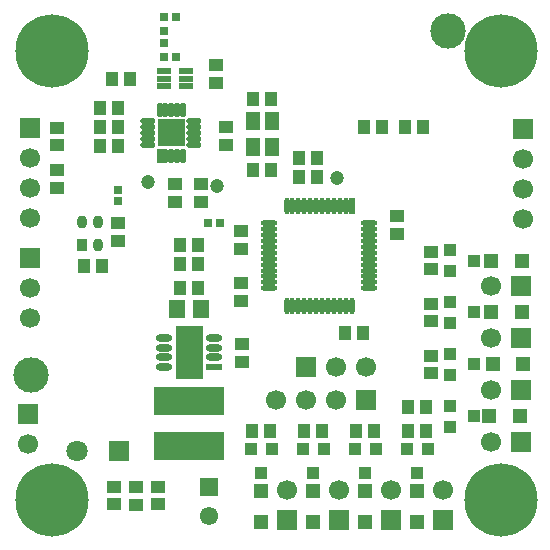
<source format=gts>
G04 #@! TF.FileFunction,Soldermask,Top*
%FSLAX46Y46*%
G04 Gerber Fmt 4.6, Leading zero omitted, Abs format (unit mm)*
G04 Created by KiCad (PCBNEW 4.0.1-stable) date 25.01.2016 0:45:01*
%MOMM*%
G01*
G04 APERTURE LIST*
%ADD10C,0.100000*%
%ADD11R,1.200000X0.550000*%
%ADD12R,1.343000X1.597000*%
%ADD13R,1.216000X1.089000*%
%ADD14R,1.800000X1.800000*%
%ADD15C,1.800000*%
%ADD16R,1.089000X1.216000*%
%ADD17R,1.550000X1.550000*%
%ADD18C,1.550000*%
%ADD19R,0.800000X0.800000*%
%ADD20R,1.200760X1.200760*%
%ADD21R,1.300000X1.300000*%
%ADD22R,1.400000X0.600000*%
%ADD23O,1.400000X0.600000*%
%ADD24R,0.901040X1.099160*%
%ADD25O,0.901040X1.099160*%
%ADD26R,0.470000X1.400000*%
%ADD27O,0.470000X1.400000*%
%ADD28O,1.400000X0.470000*%
%ADD29R,0.480000X1.300000*%
%ADD30O,0.480000X1.300000*%
%ADD31O,1.300000X0.480000*%
%ADD32C,6.200000*%
%ADD33R,5.998820X2.348840*%
%ADD34R,1.114400X1.114400*%
%ADD35R,1.200000X1.100000*%
%ADD36R,1.100000X1.200000*%
%ADD37C,3.000000*%
%ADD38C,1.200000*%
%ADD39R,1.700000X1.700000*%
%ADD40C,1.700000*%
%ADD41R,1.200000X1.600000*%
G04 APERTURE END LIST*
D10*
D11*
X105000000Y-59150000D03*
X105000000Y-59800000D03*
X105000000Y-60450000D03*
X106800000Y-60450000D03*
X106800000Y-59800000D03*
X106800000Y-59150000D03*
D12*
X106084000Y-79300000D03*
X108116000Y-79300000D03*
D13*
X111600000Y-83762000D03*
X111600000Y-82238000D03*
D14*
X101150000Y-91300000D03*
D15*
X97650000Y-91300000D03*
D16*
X98238000Y-75700000D03*
X99762000Y-75700000D03*
X107862000Y-77500000D03*
X106338000Y-77500000D03*
D13*
X101100000Y-72038000D03*
X101100000Y-73562000D03*
X102600000Y-94338000D03*
X102600000Y-95862000D03*
D17*
X108800000Y-94350000D03*
D18*
X108800000Y-96850000D03*
D16*
X114062000Y-67500000D03*
X112538000Y-67500000D03*
X112538000Y-61500000D03*
X114062000Y-61500000D03*
D13*
X108100000Y-68738000D03*
X108100000Y-70262000D03*
X111500000Y-72738000D03*
X111500000Y-74262000D03*
D16*
X101062000Y-62300000D03*
X99538000Y-62300000D03*
D13*
X111500000Y-78662000D03*
X111500000Y-77138000D03*
D16*
X102062000Y-59800000D03*
X100538000Y-59800000D03*
X121862000Y-81300000D03*
X120338000Y-81300000D03*
D13*
X109400000Y-60162000D03*
X109400000Y-58638000D03*
X124700000Y-71438000D03*
X124700000Y-72962000D03*
X110200000Y-63938000D03*
X110200000Y-65462000D03*
D16*
X116438000Y-68100000D03*
X117962000Y-68100000D03*
D13*
X105900000Y-68738000D03*
X105900000Y-70262000D03*
D16*
X116438000Y-66500000D03*
X117962000Y-66500000D03*
X101062000Y-65500000D03*
X99538000Y-65500000D03*
D19*
X105000000Y-58000000D03*
X106000000Y-58000000D03*
X105000000Y-54600000D03*
X106000000Y-54600000D03*
D20*
X135300480Y-75200000D03*
X132699520Y-75200000D03*
X135300480Y-79600000D03*
X132699520Y-79600000D03*
X135400480Y-84000000D03*
X132799520Y-84000000D03*
X135100480Y-88400000D03*
X132499520Y-88400000D03*
D16*
X125338000Y-63900000D03*
X126862000Y-63900000D03*
D20*
X113200000Y-97300480D03*
X113200000Y-94699520D03*
X117600000Y-97300480D03*
X117600000Y-94699520D03*
X122000000Y-97300480D03*
X122000000Y-94699520D03*
X126400000Y-97300480D03*
X126400000Y-94699520D03*
D21*
X106550000Y-83550000D03*
X106550000Y-82450000D03*
X107650000Y-83550000D03*
X107650000Y-82450000D03*
X106550000Y-84650000D03*
X107650000Y-84650000D03*
X106550000Y-81350000D03*
X107650000Y-81350000D03*
D22*
X109200000Y-84200000D03*
D23*
X109200000Y-83400000D03*
X109200000Y-82600000D03*
X109200000Y-81800000D03*
X105000000Y-81800000D03*
X105000000Y-82600000D03*
X105000000Y-83400000D03*
X105000000Y-84200000D03*
D24*
X98049760Y-73849960D03*
D25*
X99350240Y-73849960D03*
X99350240Y-71950040D03*
X98049760Y-71950040D03*
D26*
X120850000Y-70550000D03*
D27*
X120350000Y-70550000D03*
X119850000Y-70550000D03*
X119350000Y-70550000D03*
X118850000Y-70550000D03*
X118350000Y-70550000D03*
X117850000Y-70550000D03*
X117350000Y-70550000D03*
X116850000Y-70550000D03*
X116350000Y-70550000D03*
X115850000Y-70550000D03*
X115350000Y-70550000D03*
D28*
X113850000Y-72050000D03*
X113850000Y-72550000D03*
X113850000Y-73050000D03*
X113850000Y-73550000D03*
X113850000Y-74050000D03*
X113850000Y-74550000D03*
X113850000Y-75050000D03*
X113850000Y-75550000D03*
X113850000Y-76050000D03*
X113850000Y-76550000D03*
X113850000Y-77050000D03*
X113850000Y-77550000D03*
D27*
X115350000Y-79050000D03*
X115850000Y-79050000D03*
X116350000Y-79050000D03*
X116850000Y-79050000D03*
X117350000Y-79050000D03*
X117850000Y-79050000D03*
X118350000Y-79050000D03*
X118850000Y-79050000D03*
X119350000Y-79050000D03*
X119850000Y-79050000D03*
X120350000Y-79050000D03*
X120850000Y-79050000D03*
D28*
X122350000Y-77550000D03*
X122350000Y-77050000D03*
X122350000Y-76550000D03*
X122350000Y-76050000D03*
X122350000Y-75550000D03*
X122350000Y-75050000D03*
X122350000Y-74550000D03*
X122350000Y-74050000D03*
X122350000Y-73550000D03*
X122350000Y-73050000D03*
X122350000Y-72550000D03*
X122350000Y-72050000D03*
D29*
X104600000Y-66350000D03*
D30*
X105100000Y-66350000D03*
X105600000Y-66350000D03*
X106100000Y-66350000D03*
X106600000Y-66350000D03*
D31*
X107550000Y-65400000D03*
X107550000Y-64900000D03*
X107550000Y-64400000D03*
X107550000Y-63900000D03*
X107550000Y-63400000D03*
D30*
X106600000Y-62450000D03*
X106100000Y-62450000D03*
X105600000Y-62450000D03*
X105100000Y-62450000D03*
X104600000Y-62450000D03*
D31*
X103650000Y-63400000D03*
X103650000Y-63900000D03*
X103650000Y-64400000D03*
X103650000Y-64900000D03*
X103650000Y-65400000D03*
D21*
X105050000Y-64950000D03*
X105050000Y-63850000D03*
X106150000Y-64950000D03*
X106150000Y-63850000D03*
D32*
X95500000Y-57500000D03*
X133500000Y-57500000D03*
X133500000Y-95500000D03*
X95500000Y-95500000D03*
D33*
X107100000Y-90925320D03*
X107100000Y-87074680D03*
D19*
X101100000Y-69200000D03*
X101100000Y-70200000D03*
X109700000Y-72000000D03*
X108700000Y-72000000D03*
X105000000Y-55800000D03*
X105000000Y-56800000D03*
D34*
X129184000Y-76089000D03*
X129184000Y-74311000D03*
X131216000Y-75200000D03*
X129184000Y-80489000D03*
X129184000Y-78711000D03*
X131216000Y-79600000D03*
X129184000Y-84889000D03*
X129184000Y-83111000D03*
X131216000Y-84000000D03*
X129184000Y-89289000D03*
X129184000Y-87511000D03*
X131216000Y-88400000D03*
X112311000Y-91184000D03*
X114089000Y-91184000D03*
X113200000Y-93216000D03*
X116711000Y-91184000D03*
X118489000Y-91184000D03*
X117600000Y-93216000D03*
X121111000Y-91184000D03*
X122889000Y-91184000D03*
X122000000Y-93216000D03*
X125511000Y-91184000D03*
X127289000Y-91184000D03*
X126400000Y-93216000D03*
D35*
X127600000Y-75950000D03*
X127600000Y-74450000D03*
X127600000Y-80350000D03*
X127600000Y-78850000D03*
X127600000Y-84750000D03*
X127600000Y-83250000D03*
D36*
X125650000Y-87600000D03*
X127150000Y-87600000D03*
X123450000Y-63900000D03*
X121950000Y-63900000D03*
X112450000Y-89600000D03*
X113950000Y-89600000D03*
X116850000Y-89600000D03*
X118350000Y-89600000D03*
X121250000Y-89600000D03*
X122750000Y-89600000D03*
X125650000Y-89600000D03*
X127150000Y-89600000D03*
X106350000Y-75500000D03*
X107850000Y-75500000D03*
X107850000Y-73900000D03*
X106350000Y-73900000D03*
D35*
X104500000Y-94350000D03*
X104500000Y-95850000D03*
X100700000Y-95850000D03*
X100700000Y-94350000D03*
D36*
X101050000Y-63900000D03*
X99550000Y-63900000D03*
D35*
X95900000Y-63950000D03*
X95900000Y-65450000D03*
X95900000Y-67550000D03*
X95900000Y-69050000D03*
D37*
X93700000Y-84900000D03*
X129000000Y-55800000D03*
D38*
X119600000Y-68200000D03*
X109500000Y-68900000D03*
X103596000Y-68555700D03*
D39*
X117000000Y-84200000D03*
D40*
X119540000Y-84200000D03*
X122080000Y-84200000D03*
D39*
X122100000Y-87000000D03*
D40*
X119560000Y-87000000D03*
X117020000Y-87000000D03*
X114480000Y-87000000D03*
D39*
X135200000Y-77400000D03*
D40*
X132660000Y-77400000D03*
D39*
X135200000Y-81800000D03*
D40*
X132660000Y-81800000D03*
D39*
X135200000Y-86200000D03*
D40*
X132660000Y-86200000D03*
D39*
X135200000Y-90600000D03*
D40*
X132660000Y-90600000D03*
D39*
X135400000Y-64034000D03*
D40*
X135400000Y-66574000D03*
X135400000Y-69114000D03*
X135400000Y-71654000D03*
D39*
X115400000Y-97200000D03*
D40*
X115400000Y-94660000D03*
D39*
X119800000Y-97200000D03*
D40*
X119800000Y-94660000D03*
D39*
X124200000Y-97200000D03*
D40*
X124200000Y-94660000D03*
D39*
X128600000Y-97200000D03*
D40*
X128600000Y-94660000D03*
D39*
X93500000Y-88200000D03*
D40*
X93500000Y-90740000D03*
D39*
X93600000Y-75000000D03*
D40*
X93600000Y-77540000D03*
X93600000Y-80080000D03*
D39*
X93600000Y-64000000D03*
D40*
X93600000Y-66540000D03*
X93600000Y-69080000D03*
X93600000Y-71620000D03*
D41*
X114100000Y-65600000D03*
X114100000Y-63400000D03*
X112500000Y-63400000D03*
X112500000Y-65600000D03*
M02*

</source>
